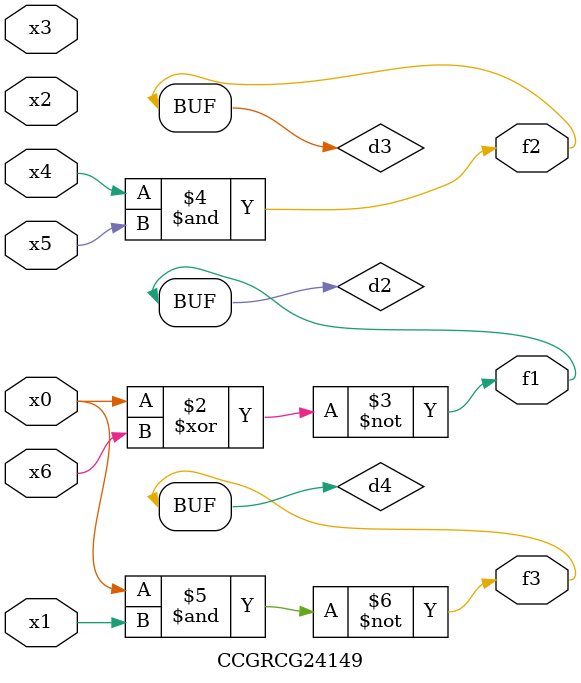
<source format=v>
module CCGRCG24149(
	input x0, x1, x2, x3, x4, x5, x6,
	output f1, f2, f3
);

	wire d1, d2, d3, d4;

	nor (d1, x0);
	xnor (d2, x0, x6);
	and (d3, x4, x5);
	nand (d4, x0, x1);
	assign f1 = d2;
	assign f2 = d3;
	assign f3 = d4;
endmodule

</source>
